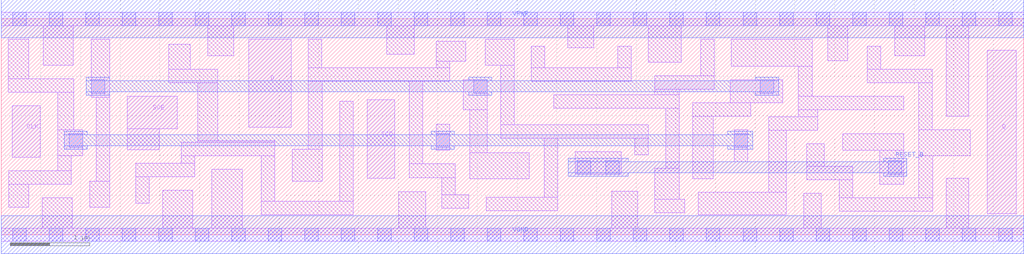
<source format=lef>
# Copyright 2020 The SkyWater PDK Authors
#
# Licensed under the Apache License, Version 2.0 (the "License");
# you may not use this file except in compliance with the License.
# You may obtain a copy of the License at
#
#     https://www.apache.org/licenses/LICENSE-2.0
#
# Unless required by applicable law or agreed to in writing, software
# distributed under the License is distributed on an "AS IS" BASIS,
# WITHOUT WARRANTIES OR CONDITIONS OF ANY KIND, either express or implied.
# See the License for the specific language governing permissions and
# limitations under the License.
#
# SPDX-License-Identifier: Apache-2.0

VERSION 5.7 ;
  NOWIREEXTENSIONATPIN ON ;
  DIVIDERCHAR "/" ;
  BUSBITCHARS "[]" ;
UNITS
  DATABASE MICRONS 200 ;
END UNITS
PROPERTYDEFINITIONS
  MACRO maskLayoutSubType STRING ;
  MACRO prCellType STRING ;
  MACRO originalViewName STRING ;
END PROPERTYDEFINITIONS
MACRO sky130_fd_sc_hdll__sdfrtp_1
  CLASS CORE ;
  FOREIGN sky130_fd_sc_hdll__sdfrtp_1 ;
  ORIGIN  0.000000  0.000000 ;
  SIZE  12.88000 BY  2.720000 ;
  SYMMETRY X Y R90 ;
  SITE unithd ;
  PIN CLK
    ANTENNAGATEAREA  0.277500 ;
    DIRECTION INPUT ;
    USE SIGNAL ;
    PORT
      LAYER li1 ;
        RECT 0.140000 0.975000 0.490000 1.625000 ;
    END
  END CLK
  PIN D
    ANTENNAGATEAREA  0.160200 ;
    DIRECTION INPUT ;
    USE SIGNAL ;
    PORT
      LAYER li1 ;
        RECT 3.120000 1.355000 3.655000 2.465000 ;
    END
  END D
  PIN Q
    ANTENNADIFFAREA  0.513250 ;
    DIRECTION OUTPUT ;
    USE SIGNAL ;
    PORT
      LAYER li1 ;
        RECT 12.420000 0.265000 12.785000 2.325000 ;
    END
  END Q
  PIN RESET_B
    ANTENNAGATEAREA  0.277200 ;
    DIRECTION INPUT ;
    USE SIGNAL ;
    PORT
      LAYER met1 ;
        RECT  7.145000 0.735000  7.900000 0.780000 ;
        RECT  7.145000 0.780000 11.405000 0.920000 ;
        RECT  7.145000 0.920000  7.900000 0.965000 ;
        RECT 11.115000 0.735000 11.405000 0.780000 ;
        RECT 11.115000 0.920000 11.405000 0.965000 ;
    END
  END RESET_B
  PIN SCD
    ANTENNAGATEAREA  0.172800 ;
    DIRECTION INPUT ;
    USE SIGNAL ;
    PORT
      LAYER li1 ;
        RECT 4.610000 0.710000 4.955000 1.700000 ;
    END
  END SCD
  PIN SCE
    ANTENNAGATEAREA  0.467400 ;
    DIRECTION INPUT ;
    USE SIGNAL ;
    PORT
      LAYER li1 ;
        RECT 1.585000 1.070000 1.990000 1.335000 ;
        RECT 1.585000 1.335000 2.220000 1.745000 ;
    END
  END SCE
  PIN VGND
    DIRECTION INOUT ;
    USE GROUND ;
    PORT
      LAYER met1 ;
        RECT 0.000000 -0.240000 12.880000 0.240000 ;
    END
  END VGND
  PIN VPWR
    DIRECTION INOUT ;
    USE POWER ;
    PORT
      LAYER met1 ;
        RECT 0.000000 2.480000 12.880000 2.960000 ;
    END
  END VPWR
  OBS
    LAYER li1 ;
      RECT  0.000000 -0.085000 12.880000 0.085000 ;
      RECT  0.000000  2.635000 12.880000 2.805000 ;
      RECT  0.090000  1.795000  0.915000 1.965000 ;
      RECT  0.090000  1.965000  0.345000 2.465000 ;
      RECT  0.095000  0.345000  0.345000 0.635000 ;
      RECT  0.095000  0.635000  0.885000 0.805000 ;
      RECT  0.515000  0.085000  0.895000 0.465000 ;
      RECT  0.530000  2.135000  0.910000 2.635000 ;
      RECT  0.710000  0.805000  0.885000 0.995000 ;
      RECT  0.710000  0.995000  1.025000 1.325000 ;
      RECT  0.710000  1.325000  0.915000 1.795000 ;
      RECT  1.115000  0.345000  1.365000 0.675000 ;
      RECT  1.135000  1.730000  1.365000 2.465000 ;
      RECT  1.195000  0.675000  1.365000 1.730000 ;
      RECT  1.695000  0.395000  1.865000 0.730000 ;
      RECT  1.695000  0.730000  2.435000 0.900000 ;
      RECT  2.035000  0.085000  2.415000 0.560000 ;
      RECT  2.110000  1.915000  2.730000 2.085000 ;
      RECT  2.110000  2.085000  2.380000 2.400000 ;
      RECT  2.265000  0.900000  2.435000 0.995000 ;
      RECT  2.265000  0.995000  3.445000 1.165000 ;
      RECT  2.475000  1.165000  3.445000 1.185000 ;
      RECT  2.475000  1.185000  2.730000 1.915000 ;
      RECT  2.600000  2.255000  2.930000 2.635000 ;
      RECT  2.655000  0.085000  3.035000 0.825000 ;
      RECT  3.275000  0.255000  4.435000 0.425000 ;
      RECT  3.275000  0.425000  3.445000 0.995000 ;
      RECT  3.665000  0.675000  4.045000 1.075000 ;
      RECT  3.870000  1.075000  4.045000 1.935000 ;
      RECT  3.870000  1.935000  5.650000 2.105000 ;
      RECT  3.870000  2.105000  4.040000 2.465000 ;
      RECT  4.265000  0.425000  4.435000 1.685000 ;
      RECT  4.855000  2.275000  5.205000 2.635000 ;
      RECT  5.005000  0.085000  5.350000 0.540000 ;
      RECT  5.140000  0.715000  5.720000 0.895000 ;
      RECT  5.140000  0.895000  5.310000 1.935000 ;
      RECT  5.480000  1.065000  5.650000 1.395000 ;
      RECT  5.480000  2.105000  5.650000 2.185000 ;
      RECT  5.480000  2.185000  5.850000 2.435000 ;
      RECT  5.550000  0.335000  5.890000 0.505000 ;
      RECT  5.550000  0.505000  5.720000 0.715000 ;
      RECT  5.820000  1.575000  6.120000 1.955000 ;
      RECT  5.900000  0.705000  6.650000 1.035000 ;
      RECT  5.900000  1.035000  6.120000 1.575000 ;
      RECT  6.095000  2.135000  6.460000 2.465000 ;
      RECT  6.110000  0.305000  7.010000 0.475000 ;
      RECT  6.290000  1.215000  8.150000 1.385000 ;
      RECT  6.290000  1.385000  6.460000 2.135000 ;
      RECT  6.680000  1.935000  7.940000 2.105000 ;
      RECT  6.680000  2.105000  6.850000 2.375000 ;
      RECT  6.840000  0.475000  7.010000 1.215000 ;
      RECT  6.960000  1.595000  8.540000 1.765000 ;
      RECT  7.135000  2.355000  7.465000 2.635000 ;
      RECT  7.230000  0.765000  7.810000 1.045000 ;
      RECT  7.690000  0.085000  8.020000 0.545000 ;
      RECT  7.770000  2.105000  7.940000 2.375000 ;
      RECT  7.980000  1.005000  8.150000 1.215000 ;
      RECT  8.150000  2.175000  8.570000 2.635000 ;
      RECT  8.230000  0.275000  8.610000 0.445000 ;
      RECT  8.230000  0.445000  8.540000 0.835000 ;
      RECT  8.230000  1.765000  8.540000 1.835000 ;
      RECT  8.230000  1.835000  8.985000 2.005000 ;
      RECT  8.370000  0.835000  8.540000 1.595000 ;
      RECT  8.710000  0.705000  8.970000 1.495000 ;
      RECT  8.710000  1.495000  9.445000 1.660000 ;
      RECT  8.710000  1.660000  9.845000 1.665000 ;
      RECT  8.780000  0.255000  9.890000 0.535000 ;
      RECT  8.815000  2.005000  8.985000 2.465000 ;
      RECT  9.185000  1.665000  9.845000 1.955000 ;
      RECT  9.195000  2.125000 10.215000 2.465000 ;
      RECT  9.235000  0.920000  9.405000 1.325000 ;
      RECT  9.670000  0.535000  9.890000 1.315000 ;
      RECT  9.670000  1.315000 10.285000 1.485000 ;
      RECT 10.040000  1.485000 10.285000 1.575000 ;
      RECT 10.040000  1.575000 11.370000 1.745000 ;
      RECT 10.040000  1.745000 10.215000 2.125000 ;
      RECT 10.110000  0.085000 10.330000 0.525000 ;
      RECT 10.150000  0.695000 10.730000 0.865000 ;
      RECT 10.150000  0.865000 10.370000 1.145000 ;
      RECT 10.415000  2.195000 10.665000 2.635000 ;
      RECT 10.560000  0.295000 11.735000 0.465000 ;
      RECT 10.560000  0.465000 10.730000 0.695000 ;
      RECT 10.600000  1.065000 11.370000 1.275000 ;
      RECT 10.910000  1.915000 11.730000 2.085000 ;
      RECT 10.910000  2.085000 11.080000 2.375000 ;
      RECT 11.065000  0.635000 11.370000 1.065000 ;
      RECT 11.255000  2.255000 11.635000 2.635000 ;
      RECT 11.560000  0.465000 11.735000 0.995000 ;
      RECT 11.560000  0.995000 12.205000 1.325000 ;
      RECT 11.560000  1.325000 11.730000 1.915000 ;
      RECT 11.905000  0.085000 12.190000 0.710000 ;
      RECT 11.905000  1.495000 12.190000 2.635000 ;
    LAYER mcon ;
      RECT  0.145000 -0.085000  0.315000 0.085000 ;
      RECT  0.145000  2.635000  0.315000 2.805000 ;
      RECT  0.605000 -0.085000  0.775000 0.085000 ;
      RECT  0.605000  2.635000  0.775000 2.805000 ;
      RECT  0.855000  1.105000  1.025000 1.275000 ;
      RECT  1.065000 -0.085000  1.235000 0.085000 ;
      RECT  1.065000  2.635000  1.235000 2.805000 ;
      RECT  1.135000  1.785000  1.305000 1.955000 ;
      RECT  1.525000 -0.085000  1.695000 0.085000 ;
      RECT  1.525000  2.635000  1.695000 2.805000 ;
      RECT  1.985000 -0.085000  2.155000 0.085000 ;
      RECT  1.985000  2.635000  2.155000 2.805000 ;
      RECT  2.445000 -0.085000  2.615000 0.085000 ;
      RECT  2.445000  2.635000  2.615000 2.805000 ;
      RECT  2.905000 -0.085000  3.075000 0.085000 ;
      RECT  2.905000  2.635000  3.075000 2.805000 ;
      RECT  3.365000 -0.085000  3.535000 0.085000 ;
      RECT  3.365000  2.635000  3.535000 2.805000 ;
      RECT  3.825000 -0.085000  3.995000 0.085000 ;
      RECT  3.825000  2.635000  3.995000 2.805000 ;
      RECT  4.285000 -0.085000  4.455000 0.085000 ;
      RECT  4.285000  2.635000  4.455000 2.805000 ;
      RECT  4.745000 -0.085000  4.915000 0.085000 ;
      RECT  4.745000  2.635000  4.915000 2.805000 ;
      RECT  5.205000 -0.085000  5.375000 0.085000 ;
      RECT  5.205000  2.635000  5.375000 2.805000 ;
      RECT  5.480000  1.105000  5.650000 1.275000 ;
      RECT  5.665000 -0.085000  5.835000 0.085000 ;
      RECT  5.665000  2.635000  5.835000 2.805000 ;
      RECT  5.950000  1.785000  6.120000 1.955000 ;
      RECT  6.125000 -0.085000  6.295000 0.085000 ;
      RECT  6.125000  2.635000  6.295000 2.805000 ;
      RECT  6.585000 -0.085000  6.755000 0.085000 ;
      RECT  6.585000  2.635000  6.755000 2.805000 ;
      RECT  7.045000 -0.085000  7.215000 0.085000 ;
      RECT  7.045000  2.635000  7.215000 2.805000 ;
      RECT  7.255000  0.765000  7.425000 0.935000 ;
      RECT  7.505000 -0.085000  7.675000 0.085000 ;
      RECT  7.505000  2.635000  7.675000 2.805000 ;
      RECT  7.615000  0.765000  7.785000 0.935000 ;
      RECT  7.965000 -0.085000  8.135000 0.085000 ;
      RECT  7.965000  2.635000  8.135000 2.805000 ;
      RECT  8.425000 -0.085000  8.595000 0.085000 ;
      RECT  8.425000  2.635000  8.595000 2.805000 ;
      RECT  8.885000 -0.085000  9.055000 0.085000 ;
      RECT  8.885000  2.635000  9.055000 2.805000 ;
      RECT  9.235000  1.105000  9.405000 1.275000 ;
      RECT  9.345000 -0.085000  9.515000 0.085000 ;
      RECT  9.345000  2.635000  9.515000 2.805000 ;
      RECT  9.565000  1.785000  9.735000 1.955000 ;
      RECT  9.805000 -0.085000  9.975000 0.085000 ;
      RECT  9.805000  2.635000  9.975000 2.805000 ;
      RECT 10.265000 -0.085000 10.435000 0.085000 ;
      RECT 10.265000  2.635000 10.435000 2.805000 ;
      RECT 10.725000 -0.085000 10.895000 0.085000 ;
      RECT 10.725000  2.635000 10.895000 2.805000 ;
      RECT 11.175000  0.765000 11.345000 0.935000 ;
      RECT 11.185000 -0.085000 11.355000 0.085000 ;
      RECT 11.185000  2.635000 11.355000 2.805000 ;
      RECT 11.645000 -0.085000 11.815000 0.085000 ;
      RECT 11.645000  2.635000 11.815000 2.805000 ;
      RECT 12.105000 -0.085000 12.275000 0.085000 ;
      RECT 12.105000  2.635000 12.275000 2.805000 ;
      RECT 12.565000 -0.085000 12.735000 0.085000 ;
      RECT 12.565000  2.635000 12.735000 2.805000 ;
    LAYER met1 ;
      RECT 0.795000 1.075000 1.085000 1.120000 ;
      RECT 0.795000 1.120000 9.465000 1.260000 ;
      RECT 0.795000 1.260000 1.085000 1.305000 ;
      RECT 1.070000 1.755000 1.370000 1.800000 ;
      RECT 1.070000 1.800000 9.795000 1.940000 ;
      RECT 1.070000 1.940000 1.370000 1.985000 ;
      RECT 5.420000 1.075000 5.710000 1.120000 ;
      RECT 5.420000 1.260000 5.710000 1.305000 ;
      RECT 5.890000 1.755000 6.180000 1.800000 ;
      RECT 5.890000 1.940000 6.180000 1.985000 ;
      RECT 9.155000 1.075000 9.465000 1.120000 ;
      RECT 9.155000 1.260000 9.465000 1.305000 ;
      RECT 9.500000 1.755000 9.795000 1.800000 ;
      RECT 9.500000 1.940000 9.795000 1.985000 ;
  END
  PROPERTY maskLayoutSubType "abstract" ;
  PROPERTY prCellType "standard" ;
  PROPERTY originalViewName "layout" ;
END sky130_fd_sc_hdll__sdfrtp_1
END LIBRARY

</source>
